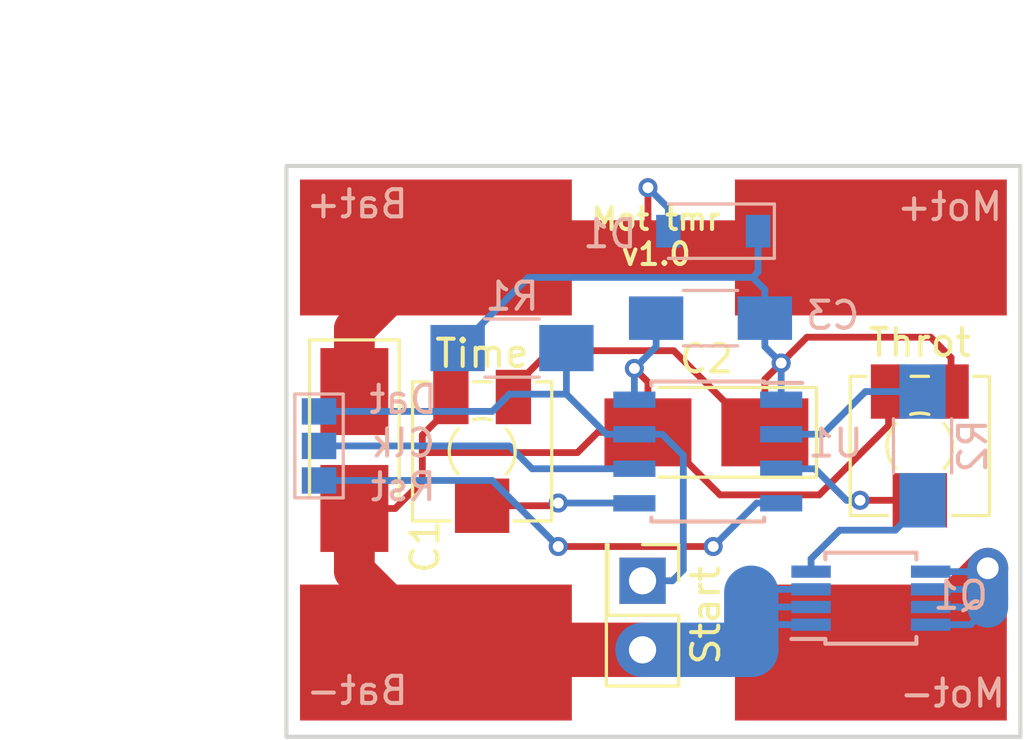
<source format=kicad_pcb>
(kicad_pcb (version 4) (host pcbnew "(2015-10-12 BZR 6264)-product")

  (general
    (links 30)
    (no_connects 0)
    (area 132.900001 83.35 171.277802 110.175001)
    (thickness 1.6)
    (drawings 9)
    (tracks 119)
    (zones 0)
    (modules 16)
    (nets 12)
  )

  (page A4)
  (title_block
    (title "Motor timer")
    (date 2017-10-07)
    (rev 2)
    (company pavel.kovar@vsetin.org)
    (comment 1 CC-BY-SA-NC)
  )

  (layers
    (0 F.Cu signal)
    (31 B.Cu signal)
    (32 B.Adhes user hide)
    (33 F.Adhes user hide)
    (34 B.Paste user hide)
    (35 F.Paste user hide)
    (36 B.SilkS user)
    (37 F.SilkS user)
    (38 B.Mask user)
    (39 F.Mask user)
    (40 Dwgs.User user)
    (41 Cmts.User user)
    (42 Eco1.User user)
    (43 Eco2.User user)
    (44 Edge.Cuts user)
    (45 Margin user)
    (46 B.CrtYd user)
    (47 F.CrtYd user)
    (48 B.Fab user hide)
    (49 F.Fab user hide)
  )

  (setup
    (last_trace_width 0.25)
    (user_trace_width 1.5)
    (user_trace_width 2)
    (trace_clearance 0.1778)
    (zone_clearance 0.508)
    (zone_45_only no)
    (trace_min 0.1524)
    (segment_width 0.2)
    (edge_width 0.15)
    (via_size 0.7)
    (via_drill 0.4)
    (via_min_size 0.508)
    (via_min_drill 0.254)
    (user_via 1.5 0.8)
    (uvia_size 0.3)
    (uvia_drill 0.1)
    (uvias_allowed no)
    (uvia_min_size 0)
    (uvia_min_drill 0)
    (pcb_text_width 0.3)
    (pcb_text_size 1.5 1.5)
    (mod_edge_width 0.15)
    (mod_text_size 1 1)
    (mod_text_width 0.15)
    (pad_size 1.524 1.524)
    (pad_drill 0.762)
    (pad_to_mask_clearance 0.2)
    (aux_axis_origin 0 0)
    (visible_elements FFFFFFFF)
    (pcbplotparams
      (layerselection 0x00030_80000001)
      (usegerberextensions false)
      (excludeedgelayer true)
      (linewidth 0.100000)
      (plotframeref false)
      (viasonmask false)
      (mode 1)
      (useauxorigin false)
      (hpglpennumber 1)
      (hpglpenspeed 20)
      (hpglpendiameter 15)
      (hpglpenoverlay 2)
      (psnegative false)
      (psa4output false)
      (plotreference true)
      (plotvalue true)
      (plotinvisibletext false)
      (padsonsilk false)
      (subtractmaskfromsilk false)
      (outputformat 1)
      (mirror false)
      (drillshape 0)
      (scaleselection 1)
      (outputdirectory ""))
  )

  (net 0 "")
  (net 1 GND)
  (net 2 "Net-(J3-Pad1)")
  (net 3 "Net-(Q1-Pad4)")
  (net 4 "Net-(R2-Pad2)")
  (net 5 "Net-(P4-Pad1)")
  (net 6 +BATT)
  (net 7 +3V3)
  (net 8 "Net-(P5-Pad1)")
  (net 9 "Net-(P5-Pad2)")
  (net 10 "Net-(Throt1-Pad2)")
  (net 11 "Net-(Time1-Pad2)")

  (net_class Default "This is the default net class."
    (clearance 0.1778)
    (trace_width 0.25)
    (via_dia 0.7)
    (via_drill 0.4)
    (uvia_dia 0.3)
    (uvia_drill 0.1)
    (add_net +3V3)
    (add_net +BATT)
    (add_net GND)
    (add_net "Net-(J3-Pad1)")
    (add_net "Net-(P4-Pad1)")
    (add_net "Net-(P5-Pad1)")
    (add_net "Net-(P5-Pad2)")
    (add_net "Net-(Q1-Pad4)")
    (add_net "Net-(R2-Pad2)")
    (add_net "Net-(Throt1-Pad2)")
    (add_net "Net-(Time1-Pad2)")
  )

  (net_class Power ""
    (clearance 0.2)
    (trace_width 1)
    (via_dia 1.1)
    (via_drill 0.8)
    (uvia_dia 0.3)
    (uvia_drill 0.1)
  )

  (module Capacitors_Tantalum_SMD:CP_Tantalum_Case-B_EIA-3528-21_Hand (layer F.Cu) (tedit 58CC8C08) (tstamp 59D63F28)
    (at 146.3 99.55 270)
    (descr "Tantalum capacitor, Case B, EIA 3528-21, 3.5x2.8x1.9mm, Hand soldering footprint")
    (tags "capacitor tantalum smd")
    (path /59D502D4)
    (attr smd)
    (fp_text reference C1 (at 3.55 -2.6 270) (layer F.SilkS)
      (effects (font (size 1 1) (thickness 0.15)))
    )
    (fp_text value 10uF (at -3.15 0 360) (layer F.Fab)
      (effects (font (size 1 1) (thickness 0.15)))
    )
    (fp_text user %R (at 0 0 270) (layer F.Fab)
      (effects (font (size 0.8 0.8) (thickness 0.12)))
    )
    (fp_line (start -4.15 -1.75) (end -4.15 1.75) (layer F.CrtYd) (width 0.05))
    (fp_line (start -4.15 1.75) (end 4.15 1.75) (layer F.CrtYd) (width 0.05))
    (fp_line (start 4.15 1.75) (end 4.15 -1.75) (layer F.CrtYd) (width 0.05))
    (fp_line (start 4.15 -1.75) (end -4.15 -1.75) (layer F.CrtYd) (width 0.05))
    (fp_line (start -1.75 -1.4) (end -1.75 1.4) (layer F.Fab) (width 0.1))
    (fp_line (start -1.75 1.4) (end 1.75 1.4) (layer F.Fab) (width 0.1))
    (fp_line (start 1.75 1.4) (end 1.75 -1.4) (layer F.Fab) (width 0.1))
    (fp_line (start 1.75 -1.4) (end -1.75 -1.4) (layer F.Fab) (width 0.1))
    (fp_line (start -1.4 -1.4) (end -1.4 1.4) (layer F.Fab) (width 0.1))
    (fp_line (start -1.225 -1.4) (end -1.225 1.4) (layer F.Fab) (width 0.1))
    (fp_line (start -4.05 -1.65) (end 1.75 -1.65) (layer F.SilkS) (width 0.12))
    (fp_line (start -4.05 1.65) (end 1.75 1.65) (layer F.SilkS) (width 0.12))
    (fp_line (start -4.05 -1.65) (end -4.05 1.65) (layer F.SilkS) (width 0.12))
    (pad 1 smd rect (at -2.15 0 270) (size 3.2 2.5) (layers F.Cu F.Paste F.Mask)
      (net 6 +BATT))
    (pad 2 smd rect (at 2.15 0 270) (size 3.2 2.5) (layers F.Cu F.Paste F.Mask)
      (net 1 GND))
    (model Capacitors_Tantalum_SMD.3dshapes/CP_Tantalum_Case-B_EIA-3528-21.wrl
      (at (xyz 0 0 0))
      (scale (xyz 1 1 1))
      (rotate (xyz 0 0 0))
    )
  )

  (module Capacitors_Tantalum_SMD:CP_Tantalum_Case-B_EIA-3528-21_Hand (layer F.Cu) (tedit 58CC8C08) (tstamp 59D63F2E)
    (at 159.25 98.9 180)
    (descr "Tantalum capacitor, Case B, EIA 3528-21, 3.5x2.8x1.9mm, Hand soldering footprint")
    (tags "capacitor tantalum smd")
    (path /59D50373)
    (attr smd)
    (fp_text reference C2 (at 0 2.7 180) (layer F.SilkS)
      (effects (font (size 1 1) (thickness 0.15)))
    )
    (fp_text value 2,2uF (at -0.05 2.7 180) (layer F.Fab)
      (effects (font (size 1 1) (thickness 0.15)))
    )
    (fp_text user %R (at 0 0 180) (layer F.Fab)
      (effects (font (size 0.8 0.8) (thickness 0.12)))
    )
    (fp_line (start -4.15 -1.75) (end -4.15 1.75) (layer F.CrtYd) (width 0.05))
    (fp_line (start -4.15 1.75) (end 4.15 1.75) (layer F.CrtYd) (width 0.05))
    (fp_line (start 4.15 1.75) (end 4.15 -1.75) (layer F.CrtYd) (width 0.05))
    (fp_line (start 4.15 -1.75) (end -4.15 -1.75) (layer F.CrtYd) (width 0.05))
    (fp_line (start -1.75 -1.4) (end -1.75 1.4) (layer F.Fab) (width 0.1))
    (fp_line (start -1.75 1.4) (end 1.75 1.4) (layer F.Fab) (width 0.1))
    (fp_line (start 1.75 1.4) (end 1.75 -1.4) (layer F.Fab) (width 0.1))
    (fp_line (start 1.75 -1.4) (end -1.75 -1.4) (layer F.Fab) (width 0.1))
    (fp_line (start -1.4 -1.4) (end -1.4 1.4) (layer F.Fab) (width 0.1))
    (fp_line (start -1.225 -1.4) (end -1.225 1.4) (layer F.Fab) (width 0.1))
    (fp_line (start -4.05 -1.65) (end 1.75 -1.65) (layer F.SilkS) (width 0.12))
    (fp_line (start -4.05 1.65) (end 1.75 1.65) (layer F.SilkS) (width 0.12))
    (fp_line (start -4.05 -1.65) (end -4.05 1.65) (layer F.SilkS) (width 0.12))
    (pad 1 smd rect (at -2.15 0 180) (size 3.2 2.5) (layers F.Cu F.Paste F.Mask)
      (net 7 +3V3))
    (pad 2 smd rect (at 2.15 0 180) (size 3.2 2.5) (layers F.Cu F.Paste F.Mask)
      (net 1 GND))
    (model Capacitors_Tantalum_SMD.3dshapes/CP_Tantalum_Case-B_EIA-3528-21.wrl
      (at (xyz 0 0 0))
      (scale (xyz 1 1 1))
      (rotate (xyz 0 0 0))
    )
  )

  (module Capacitors_SMD:C_1206_HandSoldering (layer B.Cu) (tedit 58AA84D1) (tstamp 59D63F34)
    (at 159.4 94.7 180)
    (descr "Capacitor SMD 1206, hand soldering")
    (tags "capacitor 1206")
    (path /59D50443)
    (attr smd)
    (fp_text reference C3 (at -4.5 0.1 180) (layer B.SilkS)
      (effects (font (size 1 1) (thickness 0.15)) (justify mirror))
    )
    (fp_text value 100n (at 0 1.6 180) (layer B.Fab)
      (effects (font (size 1 1) (thickness 0.15)) (justify mirror))
    )
    (fp_text user %R (at -2.9 1.5 180) (layer B.Fab)
      (effects (font (size 1 1) (thickness 0.15)) (justify mirror))
    )
    (fp_line (start -1.6 -0.8) (end -1.6 0.8) (layer B.Fab) (width 0.1))
    (fp_line (start 1.6 -0.8) (end -1.6 -0.8) (layer B.Fab) (width 0.1))
    (fp_line (start 1.6 0.8) (end 1.6 -0.8) (layer B.Fab) (width 0.1))
    (fp_line (start -1.6 0.8) (end 1.6 0.8) (layer B.Fab) (width 0.1))
    (fp_line (start 1 1.02) (end -1 1.02) (layer B.SilkS) (width 0.12))
    (fp_line (start -1 -1.02) (end 1 -1.02) (layer B.SilkS) (width 0.12))
    (fp_line (start -3.25 1.05) (end 3.25 1.05) (layer B.CrtYd) (width 0.05))
    (fp_line (start -3.25 1.05) (end -3.25 -1.05) (layer B.CrtYd) (width 0.05))
    (fp_line (start 3.25 -1.05) (end 3.25 1.05) (layer B.CrtYd) (width 0.05))
    (fp_line (start 3.25 -1.05) (end -3.25 -1.05) (layer B.CrtYd) (width 0.05))
    (pad 1 smd rect (at -2 0 180) (size 2 1.6) (layers B.Cu B.Paste B.Mask)
      (net 7 +3V3))
    (pad 2 smd rect (at 2 0 180) (size 2 1.6) (layers B.Cu B.Paste B.Mask)
      (net 1 GND))
    (model Capacitors_SMD.3dshapes/C_1206.wrl
      (at (xyz 0 0 0))
      (scale (xyz 1 1 1))
      (rotate (xyz 0 0 0))
    )
  )

  (module Pin_Headers:Pin_Header_Straight_2x01_Pitch2.54mm (layer F.Cu) (tedit 59D8B217) (tstamp 59D63F4A)
    (at 156.9 104.36 270)
    (descr "Through hole straight pin header, 2x01, 2.54mm pitch, double rows")
    (tags "Through hole pin header THT 2x01 2.54mm double row")
    (path /59D504CD)
    (fp_text reference Start (at 1.27 -2.33 270) (layer F.SilkS)
      (effects (font (size 1 1) (thickness 0.15)))
    )
    (fp_text value StartBtn (at 4.74 -1.2 360) (layer F.Fab)
      (effects (font (size 1 1) (thickness 0.15)))
    )
    (fp_line (start 0 -1.27) (end 3.81 -1.27) (layer F.Fab) (width 0.1))
    (fp_line (start 3.81 -1.27) (end 3.81 1.27) (layer F.Fab) (width 0.1))
    (fp_line (start 3.81 1.27) (end -1.27 1.27) (layer F.Fab) (width 0.1))
    (fp_line (start -1.27 1.27) (end -1.27 0) (layer F.Fab) (width 0.1))
    (fp_line (start -1.27 0) (end 0 -1.27) (layer F.Fab) (width 0.1))
    (fp_line (start -1.33 1.33) (end 3.87 1.33) (layer F.SilkS) (width 0.12))
    (fp_line (start -1.33 1.27) (end -1.33 1.33) (layer F.SilkS) (width 0.12))
    (fp_line (start 3.87 -1.33) (end 3.87 1.33) (layer F.SilkS) (width 0.12))
    (fp_line (start -1.33 1.27) (end 1.27 1.27) (layer F.SilkS) (width 0.12))
    (fp_line (start 1.27 1.27) (end 1.27 -1.33) (layer F.SilkS) (width 0.12))
    (fp_line (start 1.27 -1.33) (end 3.87 -1.33) (layer F.SilkS) (width 0.12))
    (fp_line (start -1.33 0) (end -1.33 -1.33) (layer F.SilkS) (width 0.12))
    (fp_line (start -1.33 -1.33) (end 0 -1.33) (layer F.SilkS) (width 0.12))
    (fp_line (start -1.8 -1.8) (end -1.8 1.8) (layer F.CrtYd) (width 0.05))
    (fp_line (start -1.8 1.8) (end 4.35 1.8) (layer F.CrtYd) (width 0.05))
    (fp_line (start 4.35 1.8) (end 4.35 -1.8) (layer F.CrtYd) (width 0.05))
    (fp_line (start 4.35 -1.8) (end -1.8 -1.8) (layer F.CrtYd) (width 0.05))
    (fp_text user %R (at 1.27 0 360) (layer F.Fab)
      (effects (font (size 1 1) (thickness 0.15)))
    )
    (pad 1 thru_hole rect (at 0 0 270) (size 1.7 1.7) (drill 1) (layers *.Cu *.Mask)
      (net 2 "Net-(J3-Pad1)"))
    (pad 2 thru_hole oval (at 2.54 0 270) (size 1.7 1.7) (drill 1) (layers *.Cu *.Mask)
      (net 1 GND))
    (model ${KISYS3DMOD}/Pin_Headers.3dshapes/Pin_Header_Straight_2x01_Pitch2.54mm.wrl
      (at (xyz 0 0 0))
      (scale (xyz 1 1 1))
      (rotate (xyz 0 0 0))
    )
  )

  (module Housings_SSOP:MSOP-8_3x3mm_Pitch0.65mm (layer B.Cu) (tedit 54130A77) (tstamp 59D63F60)
    (at 165.3 105)
    (descr "8-Lead Plastic Micro Small Outline Package (MS) [MSOP] (see Microchip Packaging Specification 00000049BS.pdf)")
    (tags "SSOP 0.65")
    (path /59D63C5C)
    (attr smd)
    (fp_text reference Q1 (at 3.3 -0.1) (layer B.SilkS)
      (effects (font (size 1 1) (thickness 0.15)) (justify mirror))
    )
    (fp_text value IRF7413 (at 0 -2.6) (layer B.Fab)
      (effects (font (size 1 1) (thickness 0.15)) (justify mirror))
    )
    (fp_line (start -0.5 1.5) (end 1.5 1.5) (layer B.Fab) (width 0.15))
    (fp_line (start 1.5 1.5) (end 1.5 -1.5) (layer B.Fab) (width 0.15))
    (fp_line (start 1.5 -1.5) (end -1.5 -1.5) (layer B.Fab) (width 0.15))
    (fp_line (start -1.5 -1.5) (end -1.5 0.5) (layer B.Fab) (width 0.15))
    (fp_line (start -1.5 0.5) (end -0.5 1.5) (layer B.Fab) (width 0.15))
    (fp_line (start -3.2 1.85) (end -3.2 -1.85) (layer B.CrtYd) (width 0.05))
    (fp_line (start 3.2 1.85) (end 3.2 -1.85) (layer B.CrtYd) (width 0.05))
    (fp_line (start -3.2 1.85) (end 3.2 1.85) (layer B.CrtYd) (width 0.05))
    (fp_line (start -3.2 -1.85) (end 3.2 -1.85) (layer B.CrtYd) (width 0.05))
    (fp_line (start -1.675 1.675) (end -1.675 1.5) (layer B.SilkS) (width 0.15))
    (fp_line (start 1.675 1.675) (end 1.675 1.425) (layer B.SilkS) (width 0.15))
    (fp_line (start 1.675 -1.675) (end 1.675 -1.425) (layer B.SilkS) (width 0.15))
    (fp_line (start -1.675 -1.675) (end -1.675 -1.425) (layer B.SilkS) (width 0.15))
    (fp_line (start -1.675 1.675) (end 1.675 1.675) (layer B.SilkS) (width 0.15))
    (fp_line (start -1.675 -1.675) (end 1.675 -1.675) (layer B.SilkS) (width 0.15))
    (fp_line (start -1.675 1.5) (end -2.925 1.5) (layer B.SilkS) (width 0.15))
    (fp_text user %R (at 0 0) (layer B.Fab)
      (effects (font (size 0.6 0.6) (thickness 0.15)) (justify mirror))
    )
    (pad 1 smd rect (at -2.2 0.975) (size 1.45 0.45) (layers B.Cu B.Paste B.Mask)
      (net 1 GND))
    (pad 2 smd rect (at -2.2 0.325) (size 1.45 0.45) (layers B.Cu B.Paste B.Mask)
      (net 1 GND))
    (pad 3 smd rect (at -2.2 -0.325) (size 1.45 0.45) (layers B.Cu B.Paste B.Mask)
      (net 1 GND))
    (pad 4 smd rect (at -2.2 -0.975) (size 1.45 0.45) (layers B.Cu B.Paste B.Mask)
      (net 3 "Net-(Q1-Pad4)"))
    (pad 5 smd rect (at 2.2 -0.975) (size 1.45 0.45) (layers B.Cu B.Paste B.Mask)
      (net 5 "Net-(P4-Pad1)"))
    (pad 6 smd rect (at 2.2 -0.325) (size 1.45 0.45) (layers B.Cu B.Paste B.Mask)
      (net 5 "Net-(P4-Pad1)"))
    (pad 7 smd rect (at 2.2 0.325) (size 1.45 0.45) (layers B.Cu B.Paste B.Mask)
      (net 5 "Net-(P4-Pad1)"))
    (pad 8 smd rect (at 2.2 0.975) (size 1.45 0.45) (layers B.Cu B.Paste B.Mask)
      (net 5 "Net-(P4-Pad1)"))
    (model ${KISYS3DMOD}/Housings_SSOP.3dshapes/MSOP-8_3x3mm_Pitch0.65mm.wrl
      (at (xyz 0 0 0))
      (scale (xyz 1 1 1))
      (rotate (xyz 0 0 0))
    )
  )

  (module Resistors_SMD:R_1206_HandSoldering (layer B.Cu) (tedit 58E0A804) (tstamp 59D63F66)
    (at 152.1 95.8 180)
    (descr "Resistor SMD 1206, hand soldering")
    (tags "resistor 1206")
    (path /59D52444)
    (attr smd)
    (fp_text reference R1 (at 0 1.9 180) (layer B.SilkS)
      (effects (font (size 1 1) (thickness 0.15)) (justify mirror))
    )
    (fp_text value 560R (at 0 -1.9 180) (layer B.Fab)
      (effects (font (size 1 1) (thickness 0.15)) (justify mirror))
    )
    (fp_text user %R (at 0 0 180) (layer B.Fab)
      (effects (font (size 0.7 0.7) (thickness 0.105)) (justify mirror))
    )
    (fp_line (start -1.6 -0.8) (end -1.6 0.8) (layer B.Fab) (width 0.1))
    (fp_line (start 1.6 -0.8) (end -1.6 -0.8) (layer B.Fab) (width 0.1))
    (fp_line (start 1.6 0.8) (end 1.6 -0.8) (layer B.Fab) (width 0.1))
    (fp_line (start -1.6 0.8) (end 1.6 0.8) (layer B.Fab) (width 0.1))
    (fp_line (start 1 -1.07) (end -1 -1.07) (layer B.SilkS) (width 0.12))
    (fp_line (start -1 1.07) (end 1 1.07) (layer B.SilkS) (width 0.12))
    (fp_line (start -3.25 1.11) (end 3.25 1.11) (layer B.CrtYd) (width 0.05))
    (fp_line (start -3.25 1.11) (end -3.25 -1.1) (layer B.CrtYd) (width 0.05))
    (fp_line (start 3.25 -1.1) (end 3.25 1.11) (layer B.CrtYd) (width 0.05))
    (fp_line (start 3.25 -1.1) (end -3.25 -1.1) (layer B.CrtYd) (width 0.05))
    (pad 1 smd rect (at -2 0 180) (size 2 1.7) (layers B.Cu B.Paste B.Mask)
      (net 2 "Net-(J3-Pad1)"))
    (pad 2 smd rect (at 2 0 180) (size 2 1.7) (layers B.Cu B.Paste B.Mask)
      (net 7 +3V3))
    (model ${KISYS3DMOD}/Resistors_SMD.3dshapes/R_1206.wrl
      (at (xyz 0 0 0))
      (scale (xyz 1 1 1))
      (rotate (xyz 0 0 0))
    )
  )

  (module Resistors_SMD:R_1206_HandSoldering (layer B.Cu) (tedit 58E0A804) (tstamp 59D63F6C)
    (at 167.2 99.4 90)
    (descr "Resistor SMD 1206, hand soldering")
    (tags "resistor 1206")
    (path /59D5047C)
    (attr smd)
    (fp_text reference R2 (at 0 1.85 90) (layer B.SilkS)
      (effects (font (size 1 1) (thickness 0.15)) (justify mirror))
    )
    (fp_text value 100R (at 0 -1.9 90) (layer B.Fab)
      (effects (font (size 1 1) (thickness 0.15)) (justify mirror))
    )
    (fp_text user %R (at 0 0 90) (layer B.Fab)
      (effects (font (size 0.7 0.7) (thickness 0.105)) (justify mirror))
    )
    (fp_line (start -1.6 -0.8) (end -1.6 0.8) (layer B.Fab) (width 0.1))
    (fp_line (start 1.6 -0.8) (end -1.6 -0.8) (layer B.Fab) (width 0.1))
    (fp_line (start 1.6 0.8) (end 1.6 -0.8) (layer B.Fab) (width 0.1))
    (fp_line (start -1.6 0.8) (end 1.6 0.8) (layer B.Fab) (width 0.1))
    (fp_line (start 1 -1.07) (end -1 -1.07) (layer B.SilkS) (width 0.12))
    (fp_line (start -1 1.07) (end 1 1.07) (layer B.SilkS) (width 0.12))
    (fp_line (start -3.25 1.11) (end 3.25 1.11) (layer B.CrtYd) (width 0.05))
    (fp_line (start -3.25 1.11) (end -3.25 -1.1) (layer B.CrtYd) (width 0.05))
    (fp_line (start 3.25 -1.1) (end 3.25 1.11) (layer B.CrtYd) (width 0.05))
    (fp_line (start 3.25 -1.1) (end -3.25 -1.1) (layer B.CrtYd) (width 0.05))
    (pad 1 smd rect (at -2 0 90) (size 2 1.7) (layers B.Cu B.Paste B.Mask)
      (net 3 "Net-(Q1-Pad4)"))
    (pad 2 smd rect (at 2 0 90) (size 2 1.7) (layers B.Cu B.Paste B.Mask)
      (net 4 "Net-(R2-Pad2)"))
    (model ${KISYS3DMOD}/Resistors_SMD.3dshapes/R_1206.wrl
      (at (xyz 0 0 0))
      (scale (xyz 1 1 1))
      (rotate (xyz 0 0 0))
    )
  )

  (module Wire_Pads:SolderWirePad_single_SMD_5x10mm (layer F.Cu) (tedit 59D8AFE1) (tstamp 59D66995)
    (at 149.3 92.1 270)
    (descr "Wire Pad, Square, SMD Pad,  5mm x 10mm,")
    (tags "MesurementPoint Square SMDPad 5mmx10mm ")
    (path /59D66823)
    (attr smd)
    (fp_text reference Bat+ (at -1.6 2.9 540) (layer B.SilkS)
      (effects (font (size 1 1) (thickness 0.15)) (justify mirror))
    )
    (fp_text value BAT+ (at 0 3.7 270) (layer B.Fab)
      (effects (font (size 1 1) (thickness 0.15)) (justify mirror))
    )
    (fp_line (start 2.75 -5.25) (end -2.75 -5.25) (layer F.CrtYd) (width 0.05))
    (fp_line (start 2.75 5.25) (end 2.75 -5.25) (layer F.CrtYd) (width 0.05))
    (fp_line (start -2.75 5.25) (end 2.75 5.25) (layer F.CrtYd) (width 0.05))
    (fp_line (start -2.75 -5.25) (end -2.75 5.25) (layer F.CrtYd) (width 0.05))
    (pad 1 smd rect (at 0 0 270) (size 5 10) (layers F.Cu F.Paste F.Mask)
      (net 6 +BATT))
  )

  (module Wire_Pads:SolderWirePad_single_SMD_5x10mm (layer F.Cu) (tedit 59D8AFFE) (tstamp 59D6699A)
    (at 149.3 107 270)
    (descr "Wire Pad, Square, SMD Pad,  5mm x 10mm,")
    (tags "MesurementPoint Square SMDPad 5mmx10mm ")
    (path /59D66ABD)
    (attr smd)
    (fp_text reference Bat- (at 1.4 2.9 360) (layer B.SilkS)
      (effects (font (size 1 1) (thickness 0.15)) (justify mirror))
    )
    (fp_text value BAT- (at 0.1 3.4 270) (layer B.Fab)
      (effects (font (size 1 1) (thickness 0.15)) (justify mirror))
    )
    (fp_line (start 2.75 -5.25) (end -2.75 -5.25) (layer F.CrtYd) (width 0.05))
    (fp_line (start 2.75 5.25) (end 2.75 -5.25) (layer F.CrtYd) (width 0.05))
    (fp_line (start -2.75 5.25) (end 2.75 5.25) (layer F.CrtYd) (width 0.05))
    (fp_line (start -2.75 -5.25) (end -2.75 5.25) (layer F.CrtYd) (width 0.05))
    (pad 1 smd rect (at 0 0 270) (size 5 10) (layers F.Cu F.Paste F.Mask)
      (net 1 GND))
  )

  (module Wire_Pads:SolderWirePad_single_SMD_5x10mm (layer F.Cu) (tedit 59D8B146) (tstamp 59D6699F)
    (at 165.3 92.1 90)
    (descr "Wire Pad, Square, SMD Pad,  5mm x 10mm,")
    (tags "MesurementPoint Square SMDPad 5mmx10mm ")
    (path /59D67309)
    (attr smd)
    (fp_text reference Mot+ (at 1.5 2.9 360) (layer B.SilkS)
      (effects (font (size 1 1) (thickness 0.15)) (justify mirror))
    )
    (fp_text value MOTOR+ (at 1.4 1.6 360) (layer B.Fab)
      (effects (font (size 1 1) (thickness 0.15)) (justify mirror))
    )
    (fp_line (start 2.75 -5.25) (end -2.75 -5.25) (layer F.CrtYd) (width 0.05))
    (fp_line (start 2.75 5.25) (end 2.75 -5.25) (layer F.CrtYd) (width 0.05))
    (fp_line (start -2.75 5.25) (end 2.75 5.25) (layer F.CrtYd) (width 0.05))
    (fp_line (start -2.75 -5.25) (end -2.75 5.25) (layer F.CrtYd) (width 0.05))
    (pad 1 smd rect (at 0 0 90) (size 5 10) (layers F.Cu F.Paste F.Mask)
      (net 6 +BATT))
  )

  (module Wire_Pads:SolderWirePad_single_SMD_5x10mm (layer F.Cu) (tedit 59D8B15D) (tstamp 59D669A4)
    (at 165.3 107 90)
    (descr "Wire Pad, Square, SMD Pad,  5mm x 10mm,")
    (tags "MesurementPoint Square SMDPad 5mmx10mm ")
    (path /59D674F3)
    (attr smd)
    (fp_text reference Mot- (at -1.5 3 360) (layer B.SilkS)
      (effects (font (size 1 1) (thickness 0.15)) (justify mirror))
    )
    (fp_text value MOTOR- (at -1.3 1.5 360) (layer B.Fab)
      (effects (font (size 1 1) (thickness 0.15)) (justify mirror))
    )
    (fp_line (start 2.75 -5.25) (end -2.75 -5.25) (layer F.CrtYd) (width 0.05))
    (fp_line (start 2.75 5.25) (end 2.75 -5.25) (layer F.CrtYd) (width 0.05))
    (fp_line (start -2.75 5.25) (end 2.75 5.25) (layer F.CrtYd) (width 0.05))
    (fp_line (start -2.75 -5.25) (end -2.75 5.25) (layer F.CrtYd) (width 0.05))
    (pad 1 smd rect (at 0 0 90) (size 5 10) (layers F.Cu F.Paste F.Mask)
      (net 5 "Net-(P4-Pad1)"))
  )

  (module Potentiometers:Potentiometer_Trimmer_Vishay_TS53YJ (layer F.Cu) (tedit 59D8AFB4) (tstamp 59D8749E)
    (at 151 99.6 90)
    (descr "Spindle Trimmer Potentiometer, Vishay TS53YJ, https://www.bourns.com/pdfs/3224.pdf")
    (tags "Spindle Trimmer Potentiometer   Vishay TS53YJ")
    (path /59D50A95)
    (attr smd)
    (fp_text reference Time (at 3.6 0 180) (layer F.SilkS)
      (effects (font (size 1 1) (thickness 0.15)))
    )
    (fp_text value Time (at 3.8 -0.1 180) (layer F.Fab)
      (effects (font (size 1 1) (thickness 0.15)))
    )
    (fp_line (start -2.5 -2.5) (end -2.5 2.5) (layer F.Fab) (width 0.1))
    (fp_line (start -2.5 2.5) (end 2.5 2.5) (layer F.Fab) (width 0.1))
    (fp_line (start 2.5 2.5) (end 2.5 -2.5) (layer F.Fab) (width 0.1))
    (fp_line (start 2.5 -2.5) (end -2.5 -2.5) (layer F.Fab) (width 0.1))
    (fp_line (start -0.92 -0.06) (end -0.06 -0.06) (layer F.Fab) (width 0.1))
    (fp_line (start -0.06 -0.06) (end -0.06 -0.92) (layer F.Fab) (width 0.1))
    (fp_line (start -0.06 -0.92) (end 0.06 -0.92) (layer F.Fab) (width 0.1))
    (fp_line (start 0.06 -0.92) (end 0.06 -0.06) (layer F.Fab) (width 0.1))
    (fp_line (start 0.06 -0.06) (end 0.92 -0.06) (layer F.Fab) (width 0.1))
    (fp_line (start 0.92 -0.06) (end 0.92 0.06) (layer F.Fab) (width 0.1))
    (fp_line (start 0.92 0.06) (end 0.06 0.06) (layer F.Fab) (width 0.1))
    (fp_line (start 0.06 0.06) (end 0.06 0.92) (layer F.Fab) (width 0.1))
    (fp_line (start 0.06 0.92) (end -0.06 0.92) (layer F.Fab) (width 0.1))
    (fp_line (start -0.06 0.92) (end -0.06 0.06) (layer F.Fab) (width 0.1))
    (fp_line (start -0.06 0.06) (end -0.92 0.06) (layer F.Fab) (width 0.1))
    (fp_line (start -0.92 0.06) (end -0.92 -0.06) (layer F.Fab) (width 0.1))
    (fp_line (start -2.56 -2.56) (end 2.56 -2.56) (layer F.SilkS) (width 0.12))
    (fp_line (start -2.56 2.56) (end 2.56 2.56) (layer F.SilkS) (width 0.12))
    (fp_line (start -2.56 -2.56) (end -2.56 -1.18) (layer F.SilkS) (width 0.12))
    (fp_line (start -2.56 1.18) (end -2.56 2.56) (layer F.SilkS) (width 0.12))
    (fp_line (start 2.56 -2.56) (end 2.56 -1.98) (layer F.SilkS) (width 0.12))
    (fp_line (start 2.56 -0.32) (end 2.56 0.32) (layer F.SilkS) (width 0.12))
    (fp_line (start 2.56 1.98) (end 2.56 2.56) (layer F.SilkS) (width 0.12))
    (fp_line (start -3.28 -2.75) (end -3.28 2.75) (layer F.CrtYd) (width 0.05))
    (fp_line (start -3.28 2.75) (end 3.27 2.75) (layer F.CrtYd) (width 0.05))
    (fp_line (start 3.27 2.75) (end 3.27 -2.75) (layer F.CrtYd) (width 0.05))
    (fp_line (start 3.27 -2.75) (end -3.28 -2.75) (layer F.CrtYd) (width 0.05))
    (fp_circle (center 0 0) (end 1.15 0) (layer F.Fab) (width 0.1))
    (fp_arc (start 0 0) (end 0 1.21) (angle -43) (layer F.SilkS) (width 0.12))
    (fp_arc (start 0 0) (end 1.16 0.33) (angle -32) (layer F.SilkS) (width 0.12))
    (fp_arc (start 0 0) (end 0.83 -0.88) (angle -86) (layer F.SilkS) (width 0.12))
    (fp_arc (start 0 0) (end -0.83 0.89) (angle -44) (layer F.SilkS) (width 0.12))
    (pad 1 smd rect (at 2 -1.15 90) (size 2 1.3) (layers F.Cu F.Mask)
      (net 1 GND))
    (pad 2 smd rect (at -2 0 90) (size 2 2) (layers F.Cu F.Mask))
    (pad 3 smd rect (at 2 1.15 90) (size 2 1.3) (layers F.Cu F.Mask)
      (net 7 +3V3))
    (model Potentiometers.3dshapes/Potentiometer_Trimmer_Vishay_TS53YJ.wrl
      (at (xyz 0.03 0 0))
      (scale (xyz 0.39 0.39 0.39))
      (rotate (xyz 0 0 0))
    )
  )

  (module Potentiometers:Potentiometer_Trimmer_Vishay_TS53YJ (layer F.Cu) (tedit 59D8AF3D) (tstamp 59D874A4)
    (at 167.1 99.4 90)
    (descr "Spindle Trimmer Potentiometer, Vishay TS53YJ, https://www.bourns.com/pdfs/3224.pdf")
    (tags "Spindle Trimmer Potentiometer   Vishay TS53YJ")
    (path /59D50B3E)
    (attr smd)
    (fp_text reference Throt (at 3.8 0 180) (layer F.SilkS)
      (effects (font (size 1 1) (thickness 0.15)))
    )
    (fp_text value Throt (at 3.8 0 180) (layer F.Fab)
      (effects (font (size 1 1) (thickness 0.15)))
    )
    (fp_line (start -2.5 -2.5) (end -2.5 2.5) (layer F.Fab) (width 0.1))
    (fp_line (start -2.5 2.5) (end 2.5 2.5) (layer F.Fab) (width 0.1))
    (fp_line (start 2.5 2.5) (end 2.5 -2.5) (layer F.Fab) (width 0.1))
    (fp_line (start 2.5 -2.5) (end -2.5 -2.5) (layer F.Fab) (width 0.1))
    (fp_line (start -0.92 -0.06) (end -0.06 -0.06) (layer F.Fab) (width 0.1))
    (fp_line (start -0.06 -0.06) (end -0.06 -0.92) (layer F.Fab) (width 0.1))
    (fp_line (start -0.06 -0.92) (end 0.06 -0.92) (layer F.Fab) (width 0.1))
    (fp_line (start 0.06 -0.92) (end 0.06 -0.06) (layer F.Fab) (width 0.1))
    (fp_line (start 0.06 -0.06) (end 0.92 -0.06) (layer F.Fab) (width 0.1))
    (fp_line (start 0.92 -0.06) (end 0.92 0.06) (layer F.Fab) (width 0.1))
    (fp_line (start 0.92 0.06) (end 0.06 0.06) (layer F.Fab) (width 0.1))
    (fp_line (start 0.06 0.06) (end 0.06 0.92) (layer F.Fab) (width 0.1))
    (fp_line (start 0.06 0.92) (end -0.06 0.92) (layer F.Fab) (width 0.1))
    (fp_line (start -0.06 0.92) (end -0.06 0.06) (layer F.Fab) (width 0.1))
    (fp_line (start -0.06 0.06) (end -0.92 0.06) (layer F.Fab) (width 0.1))
    (fp_line (start -0.92 0.06) (end -0.92 -0.06) (layer F.Fab) (width 0.1))
    (fp_line (start -2.56 -2.56) (end 2.56 -2.56) (layer F.SilkS) (width 0.12))
    (fp_line (start -2.56 2.56) (end 2.56 2.56) (layer F.SilkS) (width 0.12))
    (fp_line (start -2.56 -2.56) (end -2.56 -1.18) (layer F.SilkS) (width 0.12))
    (fp_line (start -2.56 1.18) (end -2.56 2.56) (layer F.SilkS) (width 0.12))
    (fp_line (start 2.56 -2.56) (end 2.56 -1.98) (layer F.SilkS) (width 0.12))
    (fp_line (start 2.56 -0.32) (end 2.56 0.32) (layer F.SilkS) (width 0.12))
    (fp_line (start 2.56 1.98) (end 2.56 2.56) (layer F.SilkS) (width 0.12))
    (fp_line (start -3.28 -2.75) (end -3.28 2.75) (layer F.CrtYd) (width 0.05))
    (fp_line (start -3.28 2.75) (end 3.27 2.75) (layer F.CrtYd) (width 0.05))
    (fp_line (start 3.27 2.75) (end 3.27 -2.75) (layer F.CrtYd) (width 0.05))
    (fp_line (start 3.27 -2.75) (end -3.28 -2.75) (layer F.CrtYd) (width 0.05))
    (fp_circle (center 0 0) (end 1.15 0) (layer F.Fab) (width 0.1))
    (fp_arc (start 0 0) (end 0 1.21) (angle -43) (layer F.SilkS) (width 0.12))
    (fp_arc (start 0 0) (end 1.16 0.33) (angle -32) (layer F.SilkS) (width 0.12))
    (fp_arc (start 0 0) (end 0.83 -0.88) (angle -86) (layer F.SilkS) (width 0.12))
    (fp_arc (start 0 0) (end -0.83 0.89) (angle -44) (layer F.SilkS) (width 0.12))
    (pad 1 smd rect (at 2 -1.15 90) (size 2 1.3) (layers F.Cu F.Mask)
      (net 1 GND))
    (pad 2 smd rect (at -2 0 90) (size 2 2) (layers F.Cu F.Mask))
    (pad 3 smd rect (at 2 1.15 90) (size 2 1.3) (layers F.Cu F.Mask)
      (net 7 +3V3))
    (model Potentiometers.3dshapes/Potentiometer_Trimmer_Vishay_TS53YJ.wrl
      (at (xyz 0.03 0 0))
      (scale (xyz 0.39 0.39 0.39))
      (rotate (xyz 0 0 0))
    )
  )

  (module Housings_SOIC:SOIC-8_3.9x4.9mm_Pitch1.27mm (layer B.Cu) (tedit 59D8A861) (tstamp 59D874AA)
    (at 159.3 99.605 180)
    (descr "8-Lead Plastic Small Outline (SN) - Narrow, 3.90 mm Body [SOIC] (see Microchip Packaging Specification 00000049BS.pdf)")
    (tags "SOIC 1.27")
    (path /59D4FD24)
    (attr smd)
    (fp_text reference U1 (at -4.7 0.305 180) (layer B.SilkS)
      (effects (font (size 1 1) (thickness 0.15)) (justify mirror))
    )
    (fp_text value PIC12F1571-I/P (at 2.4 -3.395 180) (layer B.Fab)
      (effects (font (size 1 1) (thickness 0.15)) (justify mirror))
    )
    (fp_text user %R (at -0.1 -4.695 180) (layer B.Fab)
      (effects (font (size 1 1) (thickness 0.15)) (justify mirror))
    )
    (fp_line (start -0.95 2.45) (end 1.95 2.45) (layer B.Fab) (width 0.1))
    (fp_line (start 1.95 2.45) (end 1.95 -2.45) (layer B.Fab) (width 0.1))
    (fp_line (start 1.95 -2.45) (end -1.95 -2.45) (layer B.Fab) (width 0.1))
    (fp_line (start -1.95 -2.45) (end -1.95 1.45) (layer B.Fab) (width 0.1))
    (fp_line (start -1.95 1.45) (end -0.95 2.45) (layer B.Fab) (width 0.1))
    (fp_line (start -3.73 2.7) (end -3.73 -2.7) (layer B.CrtYd) (width 0.05))
    (fp_line (start 3.73 2.7) (end 3.73 -2.7) (layer B.CrtYd) (width 0.05))
    (fp_line (start -3.73 2.7) (end 3.73 2.7) (layer B.CrtYd) (width 0.05))
    (fp_line (start -3.73 -2.7) (end 3.73 -2.7) (layer B.CrtYd) (width 0.05))
    (fp_line (start -2.075 2.575) (end -2.075 2.525) (layer B.SilkS) (width 0.15))
    (fp_line (start 2.075 2.575) (end 2.075 2.43) (layer B.SilkS) (width 0.15))
    (fp_line (start 2.075 -2.575) (end 2.075 -2.43) (layer B.SilkS) (width 0.15))
    (fp_line (start -2.075 -2.575) (end -2.075 -2.43) (layer B.SilkS) (width 0.15))
    (fp_line (start -2.075 2.575) (end 2.075 2.575) (layer B.SilkS) (width 0.15))
    (fp_line (start -2.075 -2.575) (end 2.075 -2.575) (layer B.SilkS) (width 0.15))
    (fp_line (start -2.075 2.525) (end -3.475 2.525) (layer B.SilkS) (width 0.15))
    (pad 1 smd rect (at -2.7 1.905 180) (size 1.55 0.6) (layers B.Cu B.Paste B.Mask)
      (net 7 +3V3))
    (pad 2 smd rect (at -2.7 0.635 180) (size 1.55 0.6) (layers B.Cu B.Paste B.Mask)
      (net 4 "Net-(R2-Pad2)"))
    (pad 3 smd rect (at -2.7 -0.635 180) (size 1.55 0.6) (layers B.Cu B.Paste B.Mask)
      (net 10 "Net-(Throt1-Pad2)"))
    (pad 4 smd rect (at -2.7 -1.905 180) (size 1.55 0.6) (layers B.Cu B.Paste B.Mask)
      (net 8 "Net-(P5-Pad1)"))
    (pad 5 smd rect (at 2.7 -1.905 180) (size 1.55 0.6) (layers B.Cu B.Paste B.Mask)
      (net 11 "Net-(Time1-Pad2)"))
    (pad 6 smd rect (at 2.7 -0.635 180) (size 1.55 0.6) (layers B.Cu B.Paste B.Mask)
      (net 9 "Net-(P5-Pad2)"))
    (pad 7 smd rect (at 2.7 0.635 180) (size 1.55 0.6) (layers B.Cu B.Paste B.Mask)
      (net 2 "Net-(J3-Pad1)"))
    (pad 8 smd rect (at 2.7 1.905 180) (size 1.55 0.6) (layers B.Cu B.Paste B.Mask)
      (net 1 GND))
    (model ${KISYS3DMOD}/Housings_SOIC.3dshapes/SOIC-8_3.9x4.9mm_Pitch1.27mm.wrl
      (at (xyz 0 0 0))
      (scale (xyz 1 1 1))
      (rotate (xyz 0 0 0))
    )
  )

  (module Connectors:GS3 (layer B.Cu) (tedit 59D8B019) (tstamp 59D8A2EE)
    (at 145 99.4)
    (descr "3-pin solder bridge")
    (tags "solder bridge")
    (path /59D8A3DB)
    (attr smd)
    (fp_text reference P5 (at -1.7 0 90) (layer B.SilkS) hide
      (effects (font (size 1 1) (thickness 0.15)) (justify mirror))
    )
    (fp_text value Prog (at 1.9 -0.2 90) (layer B.Fab)
      (effects (font (size 1 1) (thickness 0.15)) (justify mirror))
    )
    (fp_line (start -1.15 2.15) (end 1.15 2.15) (layer B.CrtYd) (width 0.05))
    (fp_line (start 1.15 2.15) (end 1.15 -2.15) (layer B.CrtYd) (width 0.05))
    (fp_line (start 1.15 -2.15) (end -1.15 -2.15) (layer B.CrtYd) (width 0.05))
    (fp_line (start -1.15 -2.15) (end -1.15 2.15) (layer B.CrtYd) (width 0.05))
    (fp_line (start -0.89 1.91) (end -0.89 -1.91) (layer B.SilkS) (width 0.12))
    (fp_line (start -0.89 -1.91) (end 0.89 -1.91) (layer B.SilkS) (width 0.12))
    (fp_line (start 0.89 -1.91) (end 0.89 1.91) (layer B.SilkS) (width 0.12))
    (fp_line (start -0.89 1.91) (end 0.89 1.91) (layer B.SilkS) (width 0.12))
    (pad 1 smd rect (at 0 1.27) (size 1.27 0.97) (layers B.Cu B.Paste B.Mask)
      (net 8 "Net-(P5-Pad1)"))
    (pad 2 smd rect (at 0 0) (size 1.27 0.97) (layers B.Cu B.Paste B.Mask)
      (net 9 "Net-(P5-Pad2)"))
    (pad 3 smd rect (at 0 -1.27) (size 1.27 0.97) (layers B.Cu B.Paste B.Mask)
      (net 2 "Net-(J3-Pad1)"))
  )

  (module Diodes_SMD:D_SOD-123 (layer B.Cu) (tedit 58645DC7) (tstamp 59D8C557)
    (at 159.5 91.5 180)
    (descr SOD-123)
    (tags SOD-123)
    (path /59D50680)
    (attr smd)
    (fp_text reference D1 (at 3.8 -0.1 180) (layer B.SilkS)
      (effects (font (size 1 1) (thickness 0.15)) (justify mirror))
    )
    (fp_text value 1N5819 (at 0 -2.1 180) (layer B.Fab)
      (effects (font (size 1 1) (thickness 0.15)) (justify mirror))
    )
    (fp_text user %R (at 0 2 180) (layer B.Fab)
      (effects (font (size 1 1) (thickness 0.15)) (justify mirror))
    )
    (fp_line (start -2.25 1) (end -2.25 -1) (layer B.SilkS) (width 0.12))
    (fp_line (start 0.25 0) (end 0.75 0) (layer B.Fab) (width 0.1))
    (fp_line (start 0.25 -0.4) (end -0.35 0) (layer B.Fab) (width 0.1))
    (fp_line (start 0.25 0.4) (end 0.25 -0.4) (layer B.Fab) (width 0.1))
    (fp_line (start -0.35 0) (end 0.25 0.4) (layer B.Fab) (width 0.1))
    (fp_line (start -0.35 0) (end -0.35 -0.55) (layer B.Fab) (width 0.1))
    (fp_line (start -0.35 0) (end -0.35 0.55) (layer B.Fab) (width 0.1))
    (fp_line (start -0.75 0) (end -0.35 0) (layer B.Fab) (width 0.1))
    (fp_line (start -1.4 -0.9) (end -1.4 0.9) (layer B.Fab) (width 0.1))
    (fp_line (start 1.4 -0.9) (end -1.4 -0.9) (layer B.Fab) (width 0.1))
    (fp_line (start 1.4 0.9) (end 1.4 -0.9) (layer B.Fab) (width 0.1))
    (fp_line (start -1.4 0.9) (end 1.4 0.9) (layer B.Fab) (width 0.1))
    (fp_line (start -2.35 1.15) (end 2.35 1.15) (layer B.CrtYd) (width 0.05))
    (fp_line (start 2.35 1.15) (end 2.35 -1.15) (layer B.CrtYd) (width 0.05))
    (fp_line (start 2.35 -1.15) (end -2.35 -1.15) (layer B.CrtYd) (width 0.05))
    (fp_line (start -2.35 1.15) (end -2.35 -1.15) (layer B.CrtYd) (width 0.05))
    (fp_line (start -2.25 -1) (end 1.65 -1) (layer B.SilkS) (width 0.12))
    (fp_line (start -2.25 1) (end 1.65 1) (layer B.SilkS) (width 0.12))
    (pad 1 smd rect (at -1.65 0 180) (size 0.9 1.2) (layers B.Cu B.Paste B.Mask)
      (net 7 +3V3))
    (pad 2 smd rect (at 1.65 0 180) (size 0.9 1.2) (layers B.Cu B.Paste B.Mask)
      (net 6 +BATT))
    (model ${KISYS3DMOD}/Diodes_SMD.3dshapes/D_SOD-123.wrl
      (at (xyz 0 0 0))
      (scale (xyz 1 1 1))
      (rotate (xyz 0 0 0))
    )
  )

  (gr_text "Mot tmr\nv1.0" (at 157.4 91.7) (layer F.SilkS)
    (effects (font (size 0.8 0.8) (thickness 0.15)))
  )
  (gr_text "Dat\nClk\nRst" (at 148.1 99.3) (layer B.SilkS)
    (effects (font (size 1 1) (thickness 0.15)) (justify mirror))
  )
  (gr_text v1.0 (at 161 102.5) (layer F.Fab)
    (effects (font (size 1.5 1.5) (thickness 0.3)))
  )
  (dimension 21 (width 0.3) (layer Cmts.User)
    (gr_text "21,000 mm" (at 139.55 99.6 90) (layer Cmts.User)
      (effects (font (size 1.5 1.5) (thickness 0.3)))
    )
    (feature1 (pts (xy 143.8 89.1) (xy 138.2 89.1)))
    (feature2 (pts (xy 143.8 110.1) (xy 138.2 110.1)))
    (crossbar (pts (xy 140.9 110.1) (xy 140.9 89.1)))
    (arrow1a (pts (xy 140.9 89.1) (xy 141.486421 90.226504)))
    (arrow1b (pts (xy 140.9 89.1) (xy 140.313579 90.226504)))
    (arrow2a (pts (xy 140.9 110.1) (xy 141.486421 108.973496)))
    (arrow2b (pts (xy 140.9 110.1) (xy 140.313579 108.973496)))
  )
  (dimension 27 (width 0.3) (layer Cmts.User)
    (gr_text "27,000 mm" (at 157.3 84.85) (layer Cmts.User)
      (effects (font (size 1.5 1.5) (thickness 0.3)))
    )
    (feature1 (pts (xy 170.8 89.1) (xy 170.8 83.5)))
    (feature2 (pts (xy 143.8 89.1) (xy 143.8 83.5)))
    (crossbar (pts (xy 143.8 86.2) (xy 170.8 86.2)))
    (arrow1a (pts (xy 170.8 86.2) (xy 169.673496 86.786421)))
    (arrow1b (pts (xy 170.8 86.2) (xy 169.673496 85.613579)))
    (arrow2a (pts (xy 143.8 86.2) (xy 144.926504 86.786421)))
    (arrow2b (pts (xy 143.8 86.2) (xy 144.926504 85.613579)))
  )
  (gr_line (start 170.8 110.1) (end 143.8 110.1) (angle 90) (layer Edge.Cuts) (width 0.15))
  (gr_line (start 143.8 110.1) (end 143.8 89.1) (angle 90) (layer Edge.Cuts) (width 0.15))
  (gr_line (start 170.8 89.1) (end 170.8 110.1) (angle 90) (layer Edge.Cuts) (width 0.15))
  (gr_line (start 143.8 89.1) (end 170.8 89.1) (angle 90) (layer Edge.Cuts) (width 0.15))

  (segment (start 160.9 106.9) (end 160.9 105.968994) (width 2) (layer B.Cu) (net 1))
  (segment (start 160.9 105.968994) (end 160.9 104.8) (width 2) (layer B.Cu) (net 1))
  (segment (start 163.1 105.975) (end 162.125 105.975) (width 0.25) (layer B.Cu) (net 1) (status 10))
  (segment (start 162.125 105.975) (end 162.118994 105.968994) (width 0.25) (layer B.Cu) (net 1))
  (segment (start 162.118994 105.968994) (end 160.9 105.968994) (width 0.25) (layer B.Cu) (net 1))
  (segment (start 163.1 105.325) (end 161.425 105.325) (width 0.25) (layer B.Cu) (net 1) (status 10))
  (segment (start 161.425 105.325) (end 160.9 104.8) (width 0.25) (layer B.Cu) (net 1))
  (segment (start 163.1 104.675) (end 161.025 104.675) (width 0.25) (layer B.Cu) (net 1) (status 10))
  (segment (start 161.025 104.675) (end 160.9 104.8) (width 0.25) (layer B.Cu) (net 1))
  (segment (start 156.9 106.9) (end 160.9 106.9) (width 2) (layer B.Cu) (net 1) (status 10))
  (segment (start 163.4 101.2) (end 159.75 101.2) (width 0.25) (layer F.Cu) (net 1))
  (segment (start 159.75 101.2) (end 157.45 98.9) (width 0.25) (layer F.Cu) (net 1) (status 20))
  (segment (start 157.45 98.9) (end 157.1 98.9) (width 0.25) (layer F.Cu) (net 1) (status 30))
  (segment (start 165.95 97.4) (end 165.95 98.65) (width 0.25) (layer F.Cu) (net 1) (status 10))
  (segment (start 165.95 98.65) (end 163.4 101.2) (width 0.25) (layer F.Cu) (net 1))
  (segment (start 148.8 100.7) (end 148.8 99.64537) (width 0.25) (layer F.Cu) (net 1))
  (segment (start 148.8 99.64537) (end 148.8 99) (width 0.25) (layer F.Cu) (net 1))
  (segment (start 157.1 98.9) (end 155.25 98.9) (width 0.25) (layer F.Cu) (net 1) (status 10))
  (segment (start 155.25 98.9) (end 154.50463 99.64537) (width 0.25) (layer F.Cu) (net 1))
  (segment (start 154.50463 99.64537) (end 148.8 99.64537) (width 0.25) (layer F.Cu) (net 1))
  (segment (start 156.9 106.9) (end 149.4 106.9) (width 2) (layer F.Cu) (net 1) (status 30))
  (segment (start 149.4 106.9) (end 149.3 107) (width 2) (layer F.Cu) (net 1) (status 30))
  (segment (start 157.1 98.9) (end 157.1 97.05) (width 0.25) (layer F.Cu) (net 1) (status 10))
  (segment (start 157.1 97.05) (end 156.6 96.55) (width 0.25) (layer F.Cu) (net 1))
  (segment (start 156.6 96.55) (end 157.4 95.75) (width 0.25) (layer B.Cu) (net 1))
  (via (at 156.6 96.55) (size 0.7) (drill 0.4) (layers F.Cu B.Cu) (net 1))
  (segment (start 156.6 97.7) (end 156.6 96.55) (width 0.25) (layer B.Cu) (net 1) (status 10))
  (segment (start 157.4 95.75) (end 157.4 94.7) (width 0.25) (layer B.Cu) (net 1) (status 20))
  (segment (start 146.3 101.7) (end 147.8 101.7) (width 0.25) (layer F.Cu) (net 1) (status 10))
  (segment (start 147.8 101.7) (end 148.8 100.7) (width 0.25) (layer F.Cu) (net 1))
  (segment (start 149.85 97.95) (end 149.85 97.6) (width 0.25) (layer F.Cu) (net 1) (status 30))
  (segment (start 148.8 99) (end 149.85 97.95) (width 0.25) (layer F.Cu) (net 1) (status 20))
  (segment (start 146.3 101.7) (end 146.3 104) (width 1.5) (layer F.Cu) (net 1) (status 10))
  (segment (start 146.3 104) (end 149.3 107) (width 1.5) (layer F.Cu) (net 1) (status 20))
  (segment (start 152.005 97.495) (end 151.37 98.13) (width 0.25) (layer B.Cu) (net 2))
  (segment (start 151.37 98.13) (end 145 98.13) (width 0.25) (layer B.Cu) (net 2))
  (segment (start 154.1 97.495) (end 152.005 97.495) (width 0.25) (layer B.Cu) (net 2))
  (segment (start 156.6 98.97) (end 157.625 98.97) (width 0.25) (layer B.Cu) (net 2) (status 10))
  (segment (start 157.625 98.97) (end 158.4 99.745) (width 0.25) (layer B.Cu) (net 2))
  (segment (start 158.4 99.745) (end 158.4 103.96) (width 0.25) (layer B.Cu) (net 2))
  (segment (start 158.4 103.96) (end 158 104.36) (width 0.25) (layer B.Cu) (net 2))
  (segment (start 158 104.36) (end 156.9 104.36) (width 0.25) (layer B.Cu) (net 2) (status 20))
  (segment (start 156.6 98.97) (end 155.575 98.97) (width 0.25) (layer B.Cu) (net 2) (status 10))
  (segment (start 155.575 98.97) (end 154.1 97.495) (width 0.25) (layer B.Cu) (net 2))
  (segment (start 154.1 97.495) (end 154.1 95.8) (width 0.25) (layer B.Cu) (net 2) (status 20))
  (segment (start 163.1 104.025) (end 163.1 103.55) (width 0.25) (layer B.Cu) (net 3) (status 10))
  (segment (start 163.1 103.55) (end 164.15 102.5) (width 0.25) (layer B.Cu) (net 3))
  (segment (start 164.15 102.5) (end 166.2 102.5) (width 0.25) (layer B.Cu) (net 3))
  (segment (start 166.2 102.5) (end 167.2 101.5) (width 0.25) (layer B.Cu) (net 3) (status 20))
  (segment (start 167.2 101.5) (end 167.2 101.4) (width 0.25) (layer B.Cu) (net 3) (status 30))
  (segment (start 163.53 98.97) (end 165.1 97.4) (width 0.25) (layer B.Cu) (net 4))
  (segment (start 165.1 97.4) (end 167.2 97.4) (width 0.25) (layer B.Cu) (net 4) (status 20))
  (segment (start 162 98.97) (end 163.53 98.97) (width 0.25) (layer B.Cu) (net 4) (status 10))
  (segment (start 167.5 105.975) (end 168.960096 105.975) (width 0.25) (layer B.Cu) (net 5) (status 10))
  (segment (start 168.960096 105.975) (end 169.6 105.335096) (width 0.25) (layer B.Cu) (net 5))
  (segment (start 169.6 104.96066) (end 169.6 105.335096) (width 1.5) (layer B.Cu) (net 5))
  (segment (start 167.5 105.325) (end 168.475 105.325) (width 0.25) (layer B.Cu) (net 5) (status 10))
  (segment (start 168.475 105.325) (end 168.485096 105.335096) (width 0.25) (layer B.Cu) (net 5))
  (segment (start 168.485096 105.335096) (end 169.6 105.335096) (width 0.25) (layer B.Cu) (net 5))
  (segment (start 167.5 104.675) (end 169.31434 104.675) (width 0.25) (layer B.Cu) (net 5) (status 10))
  (segment (start 169.31434 104.675) (end 169.6 104.96066) (width 0.25) (layer B.Cu) (net 5))
  (segment (start 167.5 104.025) (end 169.475 104.025) (width 0.25) (layer B.Cu) (net 5) (status 10))
  (segment (start 169.475 104.025) (end 169.6 103.9) (width 0.25) (layer B.Cu) (net 5))
  (segment (start 169.6 103.9) (end 169.6 104.96066) (width 1.5) (layer B.Cu) (net 5))
  (segment (start 166.5 107) (end 169.6 103.9) (width 1.5) (layer F.Cu) (net 5) (status 10))
  (via (at 169.6 103.9) (size 1.5) (drill 0.8) (layers F.Cu B.Cu) (net 5))
  (segment (start 165.3 107) (end 166.5 107) (width 1.5) (layer F.Cu) (net 5) (status 30))
  (segment (start 157.1 89.9) (end 157.85 90.65) (width 0.25) (layer B.Cu) (net 6))
  (segment (start 157.85 90.65) (end 157.85 91.5) (width 0.25) (layer B.Cu) (net 6))
  (segment (start 149.3 92.1) (end 157.190839 92.1) (width 2) (layer F.Cu) (net 6) (status 10))
  (segment (start 157.1 89.9) (end 157.1 92.009161) (width 0.25) (layer F.Cu) (net 6))
  (segment (start 157.1 92.009161) (end 157.190839 92.1) (width 0.25) (layer F.Cu) (net 6))
  (segment (start 157.190839 92.1) (end 165.3 92.1) (width 2) (layer F.Cu) (net 6) (status 20))
  (via (at 157.1 89.9) (size 0.7) (drill 0.4) (layers F.Cu B.Cu) (net 6))
  (segment (start 146.3 97.4) (end 146.3 95.1) (width 1.5) (layer F.Cu) (net 6) (status 10))
  (segment (start 146.3 95.1) (end 149.3 92.1) (width 1.5) (layer F.Cu) (net 6) (status 20))
  (segment (start 160.95 93.2) (end 161.15 93) (width 0.25) (layer B.Cu) (net 7))
  (segment (start 161.15 93) (end 161.15 91.5) (width 0.25) (layer B.Cu) (net 7))
  (segment (start 167.5 95.4) (end 162.95 95.4) (width 0.25) (layer F.Cu) (net 7))
  (segment (start 162.95 95.4) (end 162 96.35) (width 0.25) (layer F.Cu) (net 7))
  (segment (start 168.25 97.4) (end 168.25 96.15) (width 0.25) (layer F.Cu) (net 7) (status 10))
  (segment (start 168.25 96.15) (end 167.5 95.4) (width 0.25) (layer F.Cu) (net 7))
  (segment (start 152.7 93.2) (end 160.95 93.2) (width 0.25) (layer B.Cu) (net 7))
  (segment (start 161.4 94.7) (end 161.4 93.65) (width 0.25) (layer B.Cu) (net 7) (status 10))
  (segment (start 161.4 93.65) (end 160.95 93.2) (width 0.25) (layer B.Cu) (net 7))
  (segment (start 152.7 93.2) (end 150.1 95.8) (width 0.25) (layer B.Cu) (net 7) (status 20))
  (segment (start 152.15 97.6) (end 152.15 97.25) (width 0.25) (layer F.Cu) (net 7) (status 30))
  (segment (start 152.15 97.25) (end 153.502801 95.897199) (width 0.25) (layer F.Cu) (net 7) (status 10))
  (segment (start 153.502801 95.897199) (end 158.047199 95.897199) (width 0.25) (layer F.Cu) (net 7))
  (segment (start 158.047199 95.897199) (end 161.05 98.9) (width 0.25) (layer F.Cu) (net 7) (status 20))
  (segment (start 161.05 98.9) (end 161.4 98.9) (width 0.25) (layer F.Cu) (net 7) (status 30))
  (segment (start 161.4 98.9) (end 161.4 96.95) (width 0.25) (layer F.Cu) (net 7) (status 10))
  (segment (start 161.4 96.95) (end 162 96.35) (width 0.25) (layer F.Cu) (net 7))
  (via (at 162 96.35) (size 0.7) (drill 0.4) (layers F.Cu B.Cu) (net 7))
  (segment (start 162 96.35) (end 162 97.7) (width 0.25) (layer B.Cu) (net 7) (status 20))
  (segment (start 161.4 94.7) (end 161.4 95.75) (width 0.25) (layer B.Cu) (net 7) (status 10))
  (segment (start 161.4 95.75) (end 162 96.35) (width 0.25) (layer B.Cu) (net 7))
  (segment (start 153.8 103.1) (end 151.37 100.67) (width 0.25) (layer B.Cu) (net 8))
  (segment (start 151.37 100.67) (end 145 100.67) (width 0.25) (layer B.Cu) (net 8))
  (segment (start 159.5 103.1) (end 153.8 103.1) (width 0.25) (layer F.Cu) (net 8))
  (via (at 153.8 103.1) (size 0.7) (drill 0.4) (layers F.Cu B.Cu) (net 8))
  (segment (start 161.515 101.5) (end 161.1 101.5) (width 0.25) (layer B.Cu) (net 8))
  (segment (start 161.1 101.5) (end 159.5 103.1) (width 0.25) (layer B.Cu) (net 8))
  (via (at 159.5 103.1) (size 0.7) (drill 0.4) (layers F.Cu B.Cu) (net 8))
  (segment (start 161.525 101.51) (end 161.515 101.5) (width 0.25) (layer B.Cu) (net 8))
  (segment (start 162 101.51) (end 161.525 101.51) (width 0.25) (layer B.Cu) (net 8) (status 30))
  (segment (start 152.84 100.24) (end 152 99.4) (width 0.25) (layer B.Cu) (net 9))
  (segment (start 152 99.4) (end 145 99.4) (width 0.25) (layer B.Cu) (net 9))
  (segment (start 156.6 100.24) (end 152.84 100.24) (width 0.25) (layer B.Cu) (net 9))
  (segment (start 164.9 101.4) (end 164.405026 101.4) (width 0.25) (layer B.Cu) (net 10))
  (segment (start 164.405026 101.4) (end 163.245026 100.24) (width 0.25) (layer B.Cu) (net 10))
  (segment (start 163.245026 100.24) (end 162 100.24) (width 0.25) (layer B.Cu) (net 10) (status 20))
  (segment (start 167.1 101.4) (end 164.9 101.4) (width 0.25) (layer F.Cu) (net 10) (status 10))
  (via (at 164.9 101.4) (size 0.7) (drill 0.4) (layers F.Cu B.Cu) (net 10))
  (segment (start 153.8 101.5) (end 156.59 101.5) (width 0.25) (layer B.Cu) (net 11) (status 20))
  (segment (start 156.59 101.5) (end 156.6 101.51) (width 0.25) (layer B.Cu) (net 11) (status 30))
  (segment (start 151 101.6) (end 153.7 101.6) (width 0.25) (layer F.Cu) (net 11) (status 10))
  (segment (start 153.7 101.6) (end 153.8 101.5) (width 0.25) (layer F.Cu) (net 11))
  (via (at 153.8 101.5) (size 0.7) (drill 0.4) (layers F.Cu B.Cu) (net 11))

)

</source>
